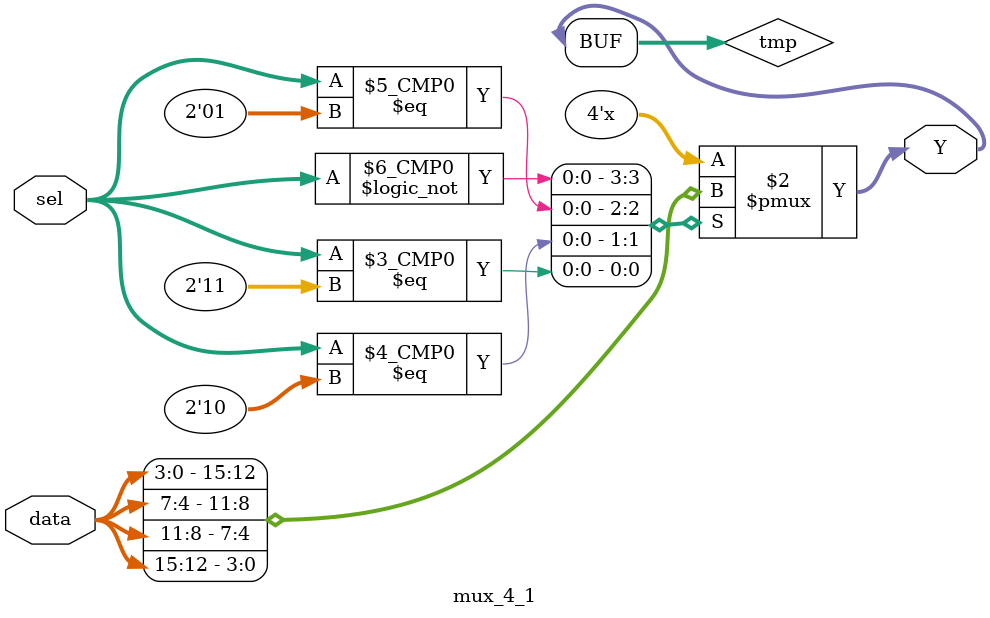
<source format=v>
`timescale 1ns / 1ps


module mux_4_1 (
    input [15:0] data,
    input [1:0] sel,
    output [3:0] Y
);

// we can only assign values to registers 
// inside an always block
reg [3:0] tmp;

always @(data, sel) begin
    case (sel)
    2'b00:   tmp <= data[3:0];
    2'b01:   tmp <= data[7:4];
    2'b10:   tmp <= data[11:8];
    2'b11:   tmp <= data[15:12];
    default: tmp <= 4'b0000;
    endcase
end

assign Y = tmp;
endmodule
</source>
